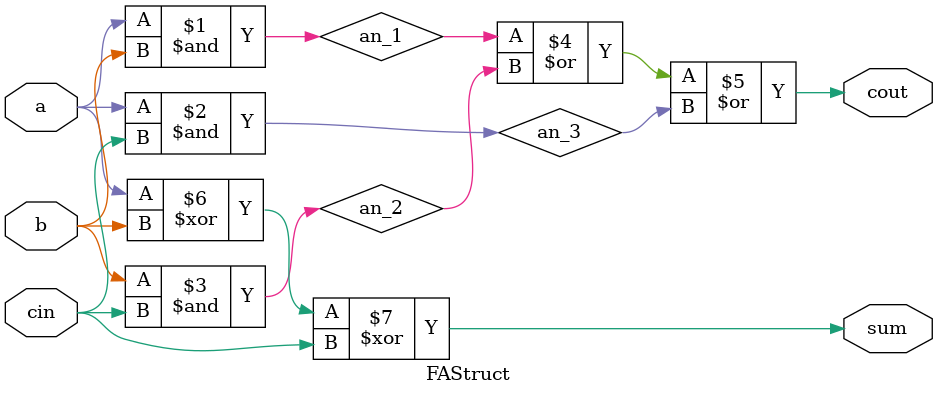
<source format=v>
module FAStruct(input a,b,cin,output sum,cout);
    wire an_1,an_2,an_3;
    and(an_1,a,b);
    and(an_3,a,cin);
    and(an_2,b,cin);
    or(cout,an_1,an_2,an_3);
    xor(sum,a,b,cin);
endmodule
</source>
